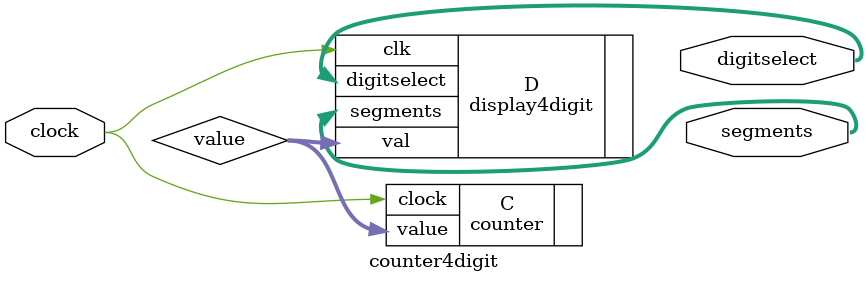
<source format=sv>
`timescale 1ns / 1ps
`default_nettype none


module counter4digit(
    input wire clock,
    output wire [7:0] digitselect,
    output wire [7:0] segments
    );
    
    wire [15:0] value;
    
    counter C(.clock(clock), .value(value));
    display4digit D(.val(value), .clk(clock), 
                    .digitselect(digitselect), 
                    .segments(segments));
    
endmodule

</source>
